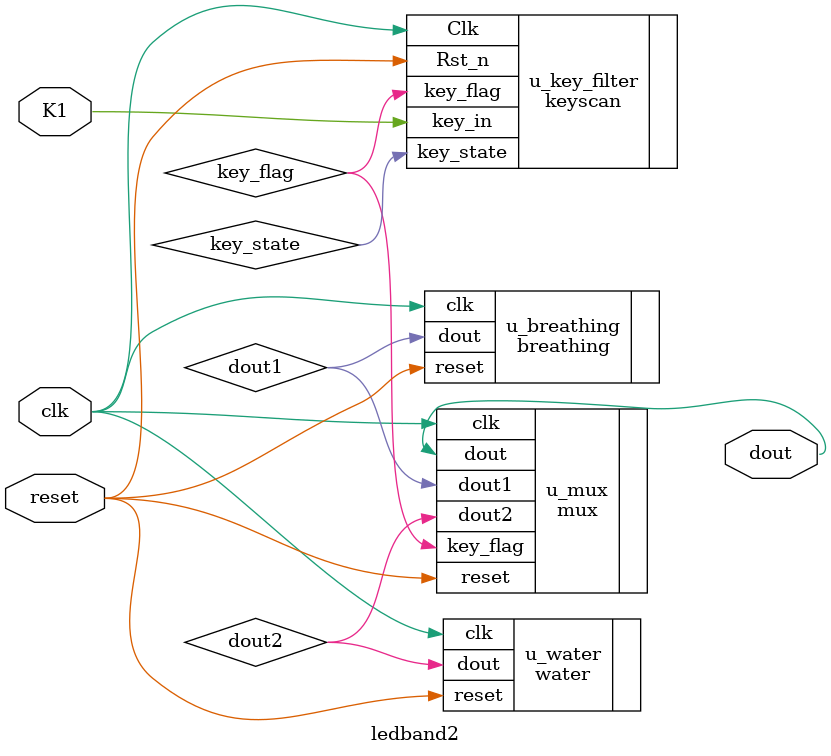
<source format=v>
module ledband2
(
    input clk,
    input reset,
    input K1,
    output wire dout
);

wire dout1,dout2;
wire key_flag,key_state;

breathing  u_breathing (
    .clk                     ( clk     ),
    .reset                   ( reset   ),

    .dout                    ( dout1    )
);

water  u_water (
    .clk                     ( clk     ),
    .reset                   ( reset   ),

    .dout                    ( dout2    )
);

mux  u_mux (
    .clk                     ( clk        ),
    .reset                   ( reset      ),
    .dout1                   ( dout1      ),
    .dout2                   ( dout2      ),
    .key_flag                ( key_flag   ),

    .dout                    ( dout       )
);

keyscan  u_key_filter (
    .Clk                     ( clk         ),
    .Rst_n                   ( reset       ),
    .key_in                  ( K1      ),

    .key_flag                ( key_flag    ),
    .key_state               ( key_state   )
);

endmodule
</source>
